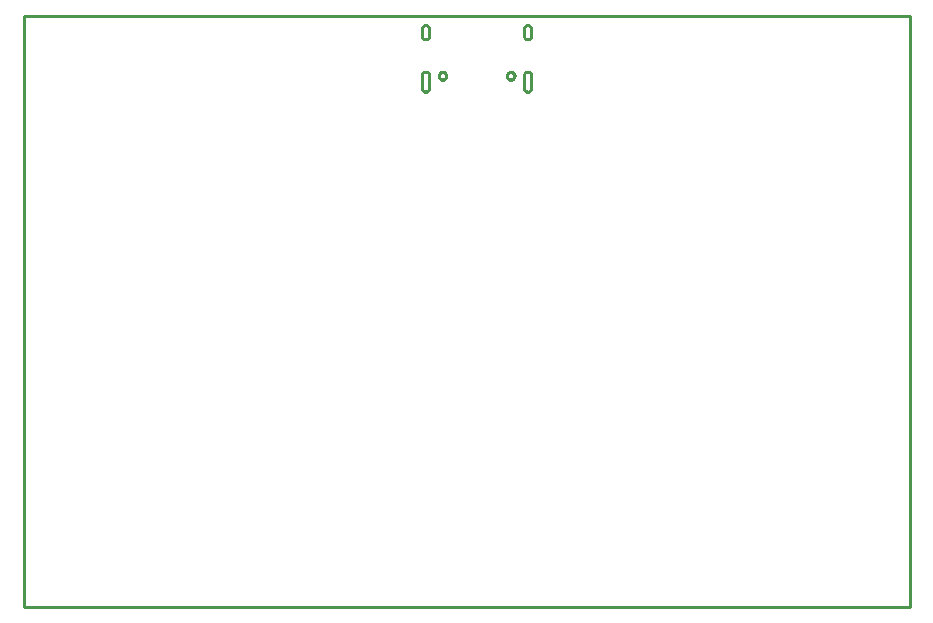
<source format=gbr>
G04 EAGLE Gerber RS-274X export*
G75*
%MOMM*%
%FSLAX34Y34*%
%LPD*%
%IN*%
%IPPOS*%
%AMOC8*
5,1,8,0,0,1.08239X$1,22.5*%
G01*
%ADD10C,0.254000*%


D10*
X0Y0D02*
X750000Y0D01*
X750000Y500000D01*
X0Y500000D01*
X0Y0D01*
X423600Y439000D02*
X423611Y438739D01*
X423646Y438479D01*
X423702Y438224D01*
X423781Y437974D01*
X423881Y437732D01*
X424002Y437500D01*
X424143Y437279D01*
X424302Y437072D01*
X424479Y436879D01*
X424672Y436702D01*
X424879Y436543D01*
X425100Y436402D01*
X425332Y436281D01*
X425574Y436181D01*
X425824Y436102D01*
X426079Y436046D01*
X426339Y436011D01*
X426600Y436000D01*
X426861Y436011D01*
X427121Y436046D01*
X427376Y436102D01*
X427626Y436181D01*
X427868Y436281D01*
X428100Y436402D01*
X428321Y436543D01*
X428528Y436702D01*
X428721Y436879D01*
X428898Y437072D01*
X429057Y437279D01*
X429198Y437500D01*
X429319Y437732D01*
X429419Y437974D01*
X429498Y438224D01*
X429554Y438479D01*
X429589Y438739D01*
X429600Y439000D01*
X429600Y450000D01*
X429589Y450261D01*
X429554Y450521D01*
X429498Y450776D01*
X429419Y451026D01*
X429319Y451268D01*
X429198Y451500D01*
X429057Y451721D01*
X428898Y451928D01*
X428721Y452121D01*
X428528Y452298D01*
X428321Y452457D01*
X428100Y452598D01*
X427868Y452719D01*
X427626Y452819D01*
X427376Y452898D01*
X427121Y452954D01*
X426861Y452989D01*
X426600Y453000D01*
X426339Y452989D01*
X426079Y452954D01*
X425824Y452898D01*
X425574Y452819D01*
X425332Y452719D01*
X425100Y452598D01*
X424879Y452457D01*
X424672Y452298D01*
X424479Y452121D01*
X424302Y451928D01*
X424143Y451721D01*
X424002Y451500D01*
X423881Y451268D01*
X423781Y451026D01*
X423702Y450776D01*
X423646Y450521D01*
X423611Y450261D01*
X423600Y450000D01*
X423600Y439000D01*
X337200Y439000D02*
X337211Y438739D01*
X337246Y438479D01*
X337302Y438224D01*
X337381Y437974D01*
X337481Y437732D01*
X337602Y437500D01*
X337743Y437279D01*
X337902Y437072D01*
X338079Y436879D01*
X338272Y436702D01*
X338479Y436543D01*
X338700Y436402D01*
X338932Y436281D01*
X339174Y436181D01*
X339424Y436102D01*
X339679Y436046D01*
X339939Y436011D01*
X340200Y436000D01*
X340461Y436011D01*
X340721Y436046D01*
X340976Y436102D01*
X341226Y436181D01*
X341468Y436281D01*
X341700Y436402D01*
X341921Y436543D01*
X342128Y436702D01*
X342321Y436879D01*
X342498Y437072D01*
X342657Y437279D01*
X342798Y437500D01*
X342919Y437732D01*
X343019Y437974D01*
X343098Y438224D01*
X343154Y438479D01*
X343189Y438739D01*
X343200Y439000D01*
X343200Y450000D01*
X343189Y450261D01*
X343154Y450521D01*
X343098Y450776D01*
X343019Y451026D01*
X342919Y451268D01*
X342798Y451500D01*
X342657Y451721D01*
X342498Y451928D01*
X342321Y452121D01*
X342128Y452298D01*
X341921Y452457D01*
X341700Y452598D01*
X341468Y452719D01*
X341226Y452819D01*
X340976Y452898D01*
X340721Y452954D01*
X340461Y452989D01*
X340200Y453000D01*
X339939Y452989D01*
X339679Y452954D01*
X339424Y452898D01*
X339174Y452819D01*
X338932Y452719D01*
X338700Y452598D01*
X338479Y452457D01*
X338272Y452298D01*
X338079Y452121D01*
X337902Y451928D01*
X337743Y451721D01*
X337602Y451500D01*
X337481Y451268D01*
X337381Y451026D01*
X337302Y450776D01*
X337246Y450521D01*
X337211Y450261D01*
X337200Y450000D01*
X337200Y439000D01*
X337200Y483300D02*
X337211Y483039D01*
X337246Y482779D01*
X337302Y482524D01*
X337381Y482274D01*
X337481Y482032D01*
X337602Y481800D01*
X337743Y481579D01*
X337902Y481372D01*
X338079Y481179D01*
X338272Y481002D01*
X338479Y480843D01*
X338700Y480702D01*
X338932Y480581D01*
X339174Y480481D01*
X339424Y480402D01*
X339679Y480346D01*
X339939Y480311D01*
X340200Y480300D01*
X340461Y480311D01*
X340721Y480346D01*
X340976Y480402D01*
X341226Y480481D01*
X341468Y480581D01*
X341700Y480702D01*
X341921Y480843D01*
X342128Y481002D01*
X342321Y481179D01*
X342498Y481372D01*
X342657Y481579D01*
X342798Y481800D01*
X342919Y482032D01*
X343019Y482274D01*
X343098Y482524D01*
X343154Y482779D01*
X343189Y483039D01*
X343200Y483300D01*
X343200Y489300D01*
X343189Y489561D01*
X343154Y489821D01*
X343098Y490076D01*
X343019Y490326D01*
X342919Y490568D01*
X342798Y490800D01*
X342657Y491021D01*
X342498Y491228D01*
X342321Y491421D01*
X342128Y491598D01*
X341921Y491757D01*
X341700Y491898D01*
X341468Y492019D01*
X341226Y492119D01*
X340976Y492198D01*
X340721Y492254D01*
X340461Y492289D01*
X340200Y492300D01*
X339939Y492289D01*
X339679Y492254D01*
X339424Y492198D01*
X339174Y492119D01*
X338932Y492019D01*
X338700Y491898D01*
X338479Y491757D01*
X338272Y491598D01*
X338079Y491421D01*
X337902Y491228D01*
X337743Y491021D01*
X337602Y490800D01*
X337481Y490568D01*
X337381Y490326D01*
X337302Y490076D01*
X337246Y489821D01*
X337211Y489561D01*
X337200Y489300D01*
X337200Y483300D01*
X423600Y483300D02*
X423611Y483039D01*
X423646Y482779D01*
X423702Y482524D01*
X423781Y482274D01*
X423881Y482032D01*
X424002Y481800D01*
X424143Y481579D01*
X424302Y481372D01*
X424479Y481179D01*
X424672Y481002D01*
X424879Y480843D01*
X425100Y480702D01*
X425332Y480581D01*
X425574Y480481D01*
X425824Y480402D01*
X426079Y480346D01*
X426339Y480311D01*
X426600Y480300D01*
X426861Y480311D01*
X427121Y480346D01*
X427376Y480402D01*
X427626Y480481D01*
X427868Y480581D01*
X428100Y480702D01*
X428321Y480843D01*
X428528Y481002D01*
X428721Y481179D01*
X428898Y481372D01*
X429057Y481579D01*
X429198Y481800D01*
X429319Y482032D01*
X429419Y482274D01*
X429498Y482524D01*
X429554Y482779D01*
X429589Y483039D01*
X429600Y483300D01*
X429600Y489300D01*
X429589Y489561D01*
X429554Y489821D01*
X429498Y490076D01*
X429419Y490326D01*
X429319Y490568D01*
X429198Y490800D01*
X429057Y491021D01*
X428898Y491228D01*
X428721Y491421D01*
X428528Y491598D01*
X428321Y491757D01*
X428100Y491898D01*
X427868Y492019D01*
X427626Y492119D01*
X427376Y492198D01*
X427121Y492254D01*
X426861Y492289D01*
X426600Y492300D01*
X426339Y492289D01*
X426079Y492254D01*
X425824Y492198D01*
X425574Y492119D01*
X425332Y492019D01*
X425100Y491898D01*
X424879Y491757D01*
X424672Y491598D01*
X424479Y491421D01*
X424302Y491228D01*
X424143Y491021D01*
X424002Y490800D01*
X423881Y490568D01*
X423781Y490326D01*
X423702Y490076D01*
X423646Y489821D01*
X423611Y489561D01*
X423600Y489300D01*
X423600Y483300D01*
X351250Y449713D02*
X351306Y450135D01*
X351416Y450547D01*
X351579Y450941D01*
X351792Y451309D01*
X352051Y451647D01*
X352353Y451949D01*
X352691Y452208D01*
X353059Y452421D01*
X353453Y452584D01*
X353865Y452694D01*
X354287Y452750D01*
X354713Y452750D01*
X355135Y452694D01*
X355547Y452584D01*
X355941Y452421D01*
X356309Y452208D01*
X356647Y451949D01*
X356949Y451647D01*
X357208Y451309D01*
X357421Y450941D01*
X357584Y450547D01*
X357694Y450135D01*
X357750Y449713D01*
X357750Y449287D01*
X357694Y448865D01*
X357584Y448453D01*
X357421Y448059D01*
X357208Y447691D01*
X356949Y447353D01*
X356647Y447051D01*
X356309Y446792D01*
X355941Y446579D01*
X355547Y446416D01*
X355135Y446306D01*
X354713Y446250D01*
X354287Y446250D01*
X353865Y446306D01*
X353453Y446416D01*
X353059Y446579D01*
X352691Y446792D01*
X352353Y447051D01*
X352051Y447353D01*
X351792Y447691D01*
X351579Y448059D01*
X351416Y448453D01*
X351306Y448865D01*
X351250Y449287D01*
X351250Y449713D01*
X409050Y449713D02*
X409106Y450135D01*
X409216Y450547D01*
X409379Y450941D01*
X409592Y451309D01*
X409851Y451647D01*
X410153Y451949D01*
X410491Y452208D01*
X410859Y452421D01*
X411253Y452584D01*
X411665Y452694D01*
X412087Y452750D01*
X412513Y452750D01*
X412935Y452694D01*
X413347Y452584D01*
X413741Y452421D01*
X414109Y452208D01*
X414447Y451949D01*
X414749Y451647D01*
X415008Y451309D01*
X415221Y450941D01*
X415384Y450547D01*
X415494Y450135D01*
X415550Y449713D01*
X415550Y449287D01*
X415494Y448865D01*
X415384Y448453D01*
X415221Y448059D01*
X415008Y447691D01*
X414749Y447353D01*
X414447Y447051D01*
X414109Y446792D01*
X413741Y446579D01*
X413347Y446416D01*
X412935Y446306D01*
X412513Y446250D01*
X412087Y446250D01*
X411665Y446306D01*
X411253Y446416D01*
X410859Y446579D01*
X410491Y446792D01*
X410153Y447051D01*
X409851Y447353D01*
X409592Y447691D01*
X409379Y448059D01*
X409216Y448453D01*
X409106Y448865D01*
X409050Y449287D01*
X409050Y449713D01*
M02*

</source>
